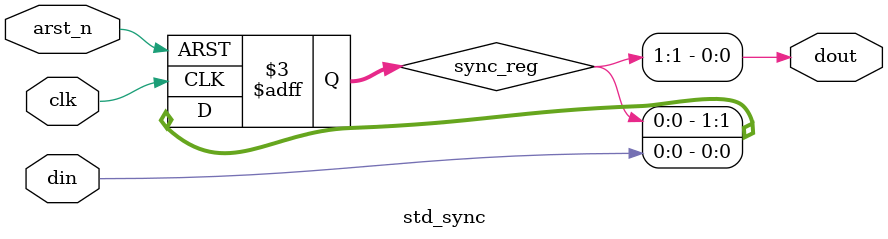
<source format=sv>
module std_sync #(
    parameter integer STAGES = 2
) (
    input  wire clk,
    input  wire arst_n, // asynchronous active-low reset
    input  wire din,
    output wire dout
);

    reg [STAGES-1:0] sync_reg;

    always @(posedge clk or negedge arst_n) begin
        if (!arst_n)
            sync_reg <= {STAGES{1'b0}};
        else
            sync_reg <= {sync_reg[STAGES-2:0], din};
    end

    assign dout = sync_reg[STAGES-1];

endmodule
</source>
